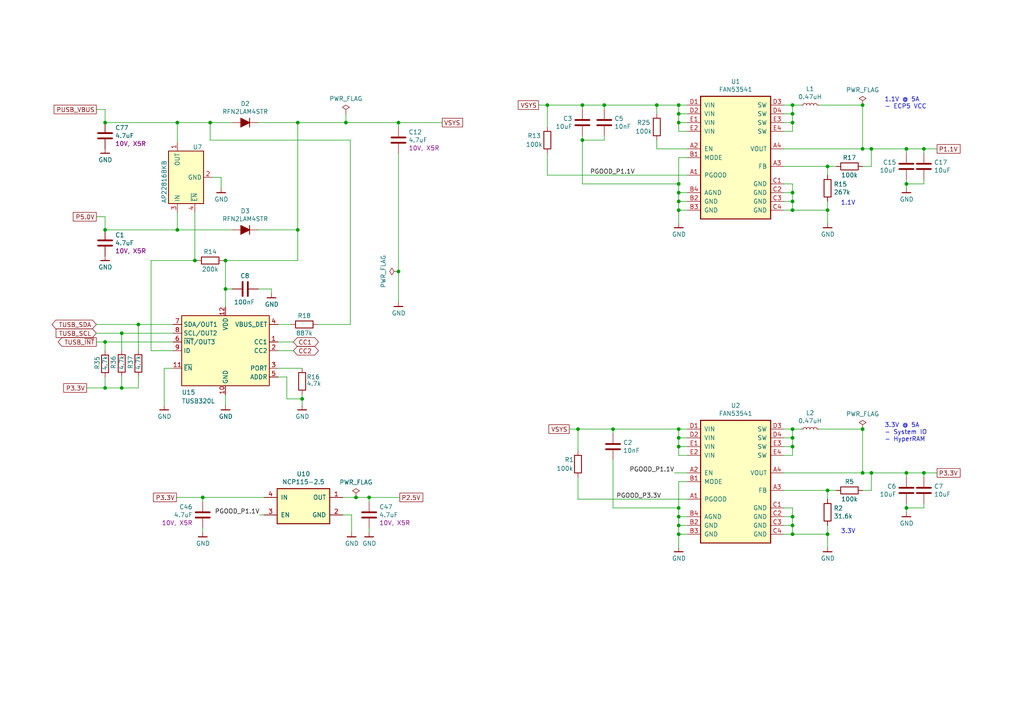
<source format=kicad_sch>
(kicad_sch (version 20211123) (generator eeschema)
  (paper "A4")
  (title_block (title "Orange Cart") (date "2021-02-28") (rev "r0.1") (comment 2 "Licensed under CERN OHL v.1.2") (comment 3 "Cartridge version redesign: Marcus Comstedt") (comment 4 "Based on Orange Crab by Gregory Davill"))
  (lib_symbols
    (symbol "Device:C" (pin_numbers hide) (pin_names (offset 0.254))
      (property "Reference" "C" (at 0.635 2.54 0))
      (property "Value" "C" (at 0.635 -2.54 0))
      (symbol "C_0_1"
        (polyline (pts (xy -2.032 -0.762) (xy 2.032 -0.762)) (stroke (width 0.508)))
        (polyline (pts (xy -2.032 0.762) (xy 2.032 0.762)) (stroke (width 0.508)))
      )
      (symbol "C_1_1"
        (pin passive line (at 0 3.81 270) (length 2.794) (name "~") (number "1"))
        (pin passive line (at 0 -3.81 90) (length 2.794) (name "~") (number "2"))
      )
    )
    (symbol "Device:L_Small" (pin_numbers hide) (pin_names (offset 0.254) hide)
      (property "Reference" "L" (at 0.762 1.016 0))
      (property "Value" "L_Small" (at 0.762 -1.016 0))
      (symbol "L_Small_0_1"
        (arc (start 0 -2.032) (mid 0.508 -1.524) (end 0 -1.016))
        (arc (start 0 -1.016) (mid 0.508 -0.508) (end 0 0))
        (arc (start 0 0) (mid 0.508 0.508) (end 0 1.016))
        (arc (start 0 1.016) (mid 0.508 1.524) (end 0 2.032))
      )
      (symbol "L_Small_1_1"
        (pin passive line (at 0 2.54 270) (length 0.508) (name "~") (number "1"))
        (pin passive line (at 0 -2.54 90) (length 0.508) (name "~") (number "2"))
      )
    )
    (symbol "Device:R" (pin_numbers hide) (pin_names (offset 0))
      (property "Reference" "R" (at 2.032 0 90))
      (property "Value" "R" (at 0 0 90))
      (symbol "R_0_1"
        (rectangle (start -1.016 -2.54) (end 1.016 2.54) (stroke (width 0.254)))
      )
      (symbol "R_1_1"
        (pin passive line (at 0 3.81 270) (length 1.27) (name "~") (number "1"))
        (pin passive line (at 0 -3.81 90) (length 1.27) (name "~") (number "2"))
      )
    )
    (symbol "FAN53541_1" (pin_names (offset 1.016))
      (property "Reference" "U1" (at 0 20.8026 0))
      (property "Value" "FAN53541" (at 0 18.4912 0))
      (symbol "FAN53541_1_0_1"
        (rectangle (start -10.16 16.51) (end 10.16 -19.05) (stroke (width 0.3302)) (fill (type background)))
      )
      (symbol "FAN53541_1_1_1"
        (pin output line (at -13.97 -6.35 0) (length 3.81) (name "PGOOD") (number "A1"))
        (pin input line (at -13.97 1.27 0) (length 3.81) (name "EN") (number "A2"))
        (pin input line (at 13.97 -3.81 180) (length 3.81) (name "FB") (number "A3"))
        (pin input line (at 13.97 1.27 180) (length 3.81) (name "VOUT") (number "A4"))
        (pin input line (at -13.97 -1.27 0) (length 3.81) (name "MODE") (number "B1"))
        (pin power_in line (at -13.97 -13.97 0) (length 3.81) (name "GND") (number "B2"))
        (pin power_in line (at -13.97 -16.51 0) (length 3.81) (name "GND") (number "B3"))
        (pin power_in line (at -13.97 -11.43 0) (length 3.81) (name "AGND") (number "B4"))
        (pin power_in line (at 13.97 -8.89 180) (length 3.81) (name "GND") (number "C1"))
        (pin power_in line (at 13.97 -11.43 180) (length 3.81) (name "GND") (number "C2"))
        (pin power_in line (at 13.97 -13.97 180) (length 3.81) (name "GND") (number "C3"))
        (pin power_in line (at 13.97 -16.51 180) (length 3.81) (name "GND") (number "C4"))
        (pin power_in line (at -13.97 13.97 0) (length 3.81) (name "VIN") (number "D1"))
        (pin power_in line (at -13.97 11.43 0) (length 3.81) (name "VIN") (number "D2"))
        (pin power_out line (at 13.97 13.97 180) (length 3.81) (name "SW") (number "D3"))
        (pin passive line (at 13.97 11.43 180) (length 3.81) (name "SW") (number "D4"))
        (pin power_in line (at -13.97 8.89 0) (length 3.81) (name "VIN") (number "E1"))
        (pin power_in line (at -13.97 6.35 0) (length 3.81) (name "VIN") (number "E2"))
        (pin passive line (at 13.97 8.89 180) (length 3.81) (name "SW") (number "E3"))
        (pin passive line (at 13.97 6.35 180) (length 3.81) (name "SW") (number "E4"))
      )
    )
    (symbol "GND_1" (power) (pin_names (offset 0))
      (property "Value" "GND_1" (at 0.0762 -3.2004 0))
      (symbol "GND_1_0_1"
        (polyline (pts (xy 0 -1.27) (xy 0 0)))
        (polyline (pts (xy 1.27 -1.27) (xy -1.27 -1.27)) (stroke (width 0.3048)))
      )
      (symbol "GND_1_1_1"
        (pin power_in line (at 0 0 270) (length 0) hide (name "GND") (number "1"))
      )
    )
    (symbol "Interface_USB:TUSB320"
      (property "Reference" "U" (at -11.43 11.43 0))
      (property "Value" "TUSB320" (at 7.62 11.43 0))
      (symbol "TUSB320_0_1"
        (rectangle (start -12.7 10.16) (end 12.7 -10.16) (stroke (width 0.254)) (fill (type background)))
      )
      (symbol "TUSB320_1_1"
        (pin bidirectional line (at 15.24 2.54 180) (length 2.54) (name "CC1") (number "1"))
        (pin power_in line (at 0 -12.7 90) (length 2.54) (name "GND") (number "10"))
        (pin input line (at -15.24 -5.08 0) (length 2.54) (name "~{EN}") (number "11"))
        (pin power_in line (at 0 12.7 270) (length 2.54) (name "VDD") (number "12"))
        (pin bidirectional line (at 15.24 0 180) (length 2.54) (name "CC2") (number "2"))
        (pin input line (at 15.24 -5.08 180) (length 2.54) (name "PORT") (number "3"))
        (pin input line (at 15.24 7.62 180) (length 2.54) (name "VBUS_DET") (number "4"))
        (pin input line (at 15.24 -7.62 180) (length 2.54) (name "ADDR") (number "5"))
        (pin open_collector line (at -15.24 2.54 0) (length 2.54) (name "~{INT}/OUT3") (number "6"))
        (pin bidirectional line (at -15.24 7.62 0) (length 2.54) (name "SDA/OUT1") (number "7"))
        (pin bidirectional line (at -15.24 5.08 0) (length 2.54) (name "SCL/OUT2") (number "8"))
        (pin open_collector line (at -15.24 0 0) (length 2.54) (name "ID") (number "9"))
      )
    )
    (symbol "OrangeCart-rescue:D_ALT-Device" (pin_numbers hide) (pin_names (offset 1.016) hide)
      (property "Reference" "D" (at 0 2.54 0))
      (property "Value" "D_ALT-Device" (at 0 -2.54 0))
      (symbol "D_ALT-Device_0_1"
        (polyline (pts (xy -1.27 1.27) (xy -1.27 -1.27)) (stroke (width 0.254)))
        (polyline (pts (xy 1.27 0) (xy -1.27 0)))
        (polyline (pts (xy 1.27 1.27) (xy 1.27 -1.27) (xy -1.27 0) (xy 1.27 1.27)) (stroke (width 0.254)) (fill (type outline)))
      )
      (symbol "D_ALT-Device_1_1"
        (pin passive line (at -3.81 0 0) (length 2.54) (name "K") (number "1"))
        (pin passive line (at 3.81 0 180) (length 2.54) (name "A") (number "2"))
      )
    )
    (symbol "Power_Management:AP22804BW5"
      (property "Reference" "U7" (at -8.255 -1.27 0))
      (property "Value" "AP22816BKB" (at -6.35 -5.715 0))
      (symbol "AP22804BW5_0_1"
        (rectangle (start -7.62 5.08) (end 7.62 -5.08) (stroke (width 0.254)) (fill (type background)))
      )
      (symbol "AP22804BW5_1_1"
        (pin power_out line (at 10.16 2.54 180) (length 2.54) (name "OUT") (number "1"))
        (pin power_in line (at 0 -7.62 90) (length 2.54) (name "GND") (number "2"))
        (pin power_in line (at -10.16 2.54 0) (length 2.54) (name "IN") (number "3"))
        (pin input line (at -10.16 -2.54 0) (length 2.54) (name "~{EN}") (number "4"))
        (pin passive line (at 10.16 2.54 180) (length 2.54) hide (name "OUT") (number "5"))
      )
    )
    (symbol "gkl_pmic:FAN53541" (pin_names (offset 1.016))
      (property "Reference" "U2" (at 0 20.8026 0))
      (property "Value" "FAN53541" (at 0 18.4912 0))
      (symbol "FAN53541_0_1"
        (rectangle (start -10.16 16.51) (end 10.16 -19.05) (stroke (width 0.3302)) (fill (type background)))
      )
      (symbol "FAN53541_1_1"
        (pin output line (at -13.97 -6.35 0) (length 3.81) (name "PGOOD") (number "A1"))
        (pin input line (at -13.97 1.27 0) (length 3.81) (name "EN") (number "A2"))
        (pin input line (at 13.97 -3.81 180) (length 3.81) (name "FB") (number "A3"))
        (pin input line (at 13.97 1.27 180) (length 3.81) (name "VOUT") (number "A4"))
        (pin input line (at -13.97 -1.27 0) (length 3.81) (name "MODE") (number "B1"))
        (pin power_in line (at -13.97 -13.97 0) (length 3.81) (name "GND") (number "B2"))
        (pin power_in line (at -13.97 -16.51 0) (length 3.81) (name "GND") (number "B3"))
        (pin power_in line (at -13.97 -11.43 0) (length 3.81) (name "AGND") (number "B4"))
        (pin power_in line (at 13.97 -8.89 180) (length 3.81) (name "GND") (number "C1"))
        (pin power_in line (at 13.97 -11.43 180) (length 3.81) (name "GND") (number "C2"))
        (pin power_in line (at 13.97 -13.97 180) (length 3.81) (name "GND") (number "C3"))
        (pin power_in line (at 13.97 -16.51 180) (length 3.81) (name "GND") (number "C4"))
        (pin power_in line (at -13.97 13.97 0) (length 3.81) (name "VIN") (number "D1"))
        (pin power_in line (at -13.97 11.43 0) (length 3.81) (name "VIN") (number "D2"))
        (pin power_out line (at 13.97 13.97 180) (length 3.81) (name "SW") (number "D3"))
        (pin passive line (at 13.97 11.43 180) (length 3.81) (name "SW") (number "D4"))
        (pin power_in line (at -13.97 8.89 0) (length 3.81) (name "VIN") (number "E1"))
        (pin power_in line (at -13.97 6.35 0) (length 3.81) (name "VIN") (number "E2"))
        (pin passive line (at 13.97 8.89 180) (length 3.81) (name "SW") (number "E3"))
        (pin passive line (at 13.97 6.35 180) (length 3.81) (name "SW") (number "E4"))
      )
    )
    (symbol "gkl_pmic:NCP167" (pin_names (offset 1.016))
      (property "Reference" "U" (at 0 11.43 0))
      (property "Value" "NCP167" (at 0 8.89 0))
      (symbol "NCP167_0_1"
        (rectangle (start -7.62 5.08) (end 7.62 -5.08) (stroke (width 0.3048)) (fill (type background)))
      )
      (symbol "NCP167_1_1"
        (pin input line (at 11.43 2.54 180) (length 3.81) (name "OUT") (number "1"))
        (pin input line (at 11.43 -2.54 180) (length 3.81) (name "GND") (number "2"))
        (pin input line (at -11.43 -2.54 0) (length 3.81) (name "EN") (number "3"))
        (pin input line (at -11.43 2.54 0) (length 3.81) (name "IN") (number "4"))
      )
    )
    (symbol "gkl_power:GND" (power) (pin_names (offset 0))
      (property "Value" "GND" (at 0 -2.54 0))
      (symbol "GND_0_1"
        (polyline (pts (xy 0 -1.27) (xy 0 0)))
        (polyline (pts (xy 1.27 -1.27) (xy -1.27 -1.27)) (stroke (width 0.3048)))
      )
      (symbol "GND_1_1"
        (pin power_in line (at 0 0 270) (length 0) hide (name "GND") (number "1"))
      )
    )
    (symbol "power:PWR_FLAG" (power) (pin_numbers hide) (pin_names (offset 0) hide)
      (property "Value" "PWR_FLAG" (at 0 3.81 0))
      (symbol "PWR_FLAG_0_0"
        (pin power_out line (at 0 0 90) (length 0) (name "pwr") (number "1"))
      )
      (symbol "PWR_FLAG_0_1"
        (polyline (pts (xy 0 0) (xy 0 1.27) (xy -1.016 1.905) (xy 0 2.54) (xy 1.016 1.905) (xy 0 1.27)))
      )
    )
  )
  (junction (at 250.19 43.18))
  (junction (at 168.91 40.64))
  (junction (at 196.85 127))
  (junction (at 115.57 35.56))
  (junction (at 262.89 43.18))
  (junction (at 250.19 124.46))
  (junction (at 196.85 55.88))
  (junction (at 196.85 30.48))
  (junction (at 240.03 142.24))
  (junction (at 60.96 35.56))
  (junction (at 168.91 30.48))
  (junction (at 86.36 66.675))
  (junction (at 229.87 60.96))
  (junction (at 267.97 137.16))
  (junction (at 115.57 78.74))
  (junction (at 229.87 33.02))
  (junction (at 252.73 43.18))
  (junction (at 30.48 99.187))
  (junction (at 196.85 124.46))
  (junction (at 267.97 43.18))
  (junction (at 167.64 124.46))
  (junction (at 229.87 152.4))
  (junction (at 30.48 66.675))
  (junction (at 240.03 48.26))
  (junction (at 229.87 58.42))
  (junction (at 196.85 147.32))
  (junction (at 229.87 30.48))
  (junction (at 51.435 66.675))
  (junction (at 65.405 83.82))
  (junction (at 107.061 144.272))
  (junction (at 262.89 147.32))
  (junction (at 229.87 129.54))
  (junction (at 40.132 94.107))
  (junction (at 65.405 75.565))
  (junction (at 229.87 154.94))
  (junction (at 229.87 35.56))
  (junction (at 196.85 35.56))
  (junction (at 229.87 124.46))
  (junction (at 30.48 35.56))
  (junction (at 196.85 33.02))
  (junction (at 240.03 60.96))
  (junction (at 229.87 127))
  (junction (at 250.19 30.48))
  (junction (at 158.75 30.48))
  (junction (at 196.85 60.96))
  (junction (at 51.435 35.56))
  (junction (at 177.8 124.46))
  (junction (at 196.85 129.54))
  (junction (at 30.48 112.522))
  (junction (at 190.5 30.48))
  (junction (at 252.73 137.16))
  (junction (at 196.85 53.34))
  (junction (at 175.26 30.48))
  (junction (at 262.89 137.16))
  (junction (at 35.306 96.647))
  (junction (at 196.85 149.86))
  (junction (at 35.306 112.522))
  (junction (at 240.03 154.94))
  (junction (at 262.89 53.34))
  (junction (at 86.36 35.56))
  (junction (at 56.515 75.565))
  (junction (at 196.85 58.42))
  (junction (at 229.87 149.86))
  (junction (at 196.85 152.4))
  (junction (at 229.87 55.88))
  (junction (at 100.33 35.56))
  (junction (at 196.85 154.94))
  (junction (at 58.801 144.272))
  (junction (at 250.19 137.16))
  (junction (at 87.63 115.697))
  (junction (at 103.251 144.272))
  (wire (pts (xy 196.85 30.48) (xy 190.5 30.48)))
  (wire (pts (xy 60.96 40.64) (xy 101.6 40.64)))
  (wire (pts (xy 267.97 147.32) (xy 262.89 147.32)))
  (wire (pts (xy 74.93 83.82) (xy 78.74 83.82)))
  (wire (pts (xy 190.5 43.18) (xy 199.39 43.18)))
  (wire (pts (xy 80.645 99.187) (xy 85.09 99.187)))
  (wire (pts (xy 240.03 58.42) (xy 240.03 60.96)))
  (wire (pts (xy 40.132 94.107) (xy 40.132 101.6)))
  (wire (pts (xy 229.87 149.86) (xy 229.87 152.4)))
  (wire (pts (xy 86.36 35.56) (xy 86.36 66.675)))
  (wire (pts (xy 227.33 149.86) (xy 229.87 149.86)))
  (wire (pts (xy 168.91 40.64) (xy 168.91 53.34)))
  (wire (pts (xy 227.33 53.34) (xy 229.87 53.34)))
  (wire (pts (xy 196.85 33.02) (xy 196.85 30.48)))
  (wire (pts (xy 158.75 30.48) (xy 156.21 30.48)))
  (wire (pts (xy 252.73 137.16) (xy 262.89 137.16)))
  (wire (pts (xy 80.645 106.807) (xy 87.63 106.807)))
  (wire (pts (xy 229.87 35.56) (xy 229.87 33.02)))
  (wire (pts (xy 250.19 30.48) (xy 250.19 43.18)))
  (wire (pts (xy 80.645 109.347) (xy 83.185 109.347)))
  (wire (pts (xy 240.03 152.4) (xy 240.03 154.94)))
  (wire (pts (xy 267.97 44.45) (xy 267.97 43.18)))
  (wire (pts (xy 227.33 152.4) (xy 229.87 152.4)))
  (wire (pts (xy 199.39 129.54) (xy 196.85 129.54)))
  (wire (pts (xy 87.63 114.427) (xy 87.63 115.697)))
  (wire (pts (xy 50.165 101.727) (xy 43.815 101.727)))
  (wire (pts (xy 40.132 94.107) (xy 50.165 94.107)))
  (wire (pts (xy 250.19 142.24) (xy 252.73 142.24)))
  (wire (pts (xy 240.03 142.24) (xy 242.57 142.24)))
  (wire (pts (xy 252.73 43.18) (xy 262.89 43.18)))
  (wire (pts (xy 250.19 48.26) (xy 252.73 48.26)))
  (wire (pts (xy 240.03 60.96) (xy 240.03 64.77)))
  (wire (pts (xy 199.39 30.48) (xy 196.85 30.48)))
  (wire (pts (xy 47.625 106.807) (xy 47.625 117.602)))
  (wire (pts (xy 40.132 112.522) (xy 35.306 112.522)))
  (wire (pts (xy 76.581 149.352) (xy 75.311 149.352)))
  (wire (pts (xy 56.515 75.565) (xy 57.15 75.565)))
  (wire (pts (xy 229.87 147.32) (xy 229.87 149.86)))
  (wire (pts (xy 83.185 115.697) (xy 87.63 115.697)))
  (wire (pts (xy 65.405 83.82) (xy 67.31 83.82)))
  (wire (pts (xy 168.91 30.48) (xy 158.75 30.48)))
  (wire (pts (xy 40.132 109.22) (xy 40.132 112.522)))
  (wire (pts (xy 237.49 30.48) (xy 250.19 30.48)))
  (wire (pts (xy 227.33 60.96) (xy 229.87 60.96)))
  (wire (pts (xy 229.87 154.94) (xy 240.03 154.94)))
  (wire (pts (xy 250.19 137.16) (xy 252.73 137.16)))
  (wire (pts (xy 78.74 83.82) (xy 78.74 85.09)))
  (wire (pts (xy 30.48 112.522) (xy 35.306 112.522)))
  (wire (pts (xy 229.87 129.54) (xy 229.87 127)))
  (wire (pts (xy 267.97 43.18) (xy 271.78 43.18)))
  (wire (pts (xy 199.39 144.78) (xy 167.64 144.78)))
  (wire (pts (xy 107.061 153.162) (xy 107.061 154.432)))
  (wire (pts (xy 80.645 94.107) (xy 84.455 94.107)))
  (wire (pts (xy 229.87 60.96) (xy 240.03 60.96)))
  (wire (pts (xy 51.435 35.56) (xy 60.96 35.56)))
  (wire (pts (xy 43.815 75.565) (xy 43.815 101.727)))
  (wire (pts (xy 30.48 62.865) (xy 30.48 66.675)))
  (wire (pts (xy 227.33 132.08) (xy 229.87 132.08)))
  (wire (pts (xy 227.33 55.88) (xy 229.87 55.88)))
  (wire (pts (xy 190.5 30.48) (xy 175.26 30.48)))
  (wire (pts (xy 27.94 94.107) (xy 40.132 94.107)))
  (wire (pts (xy 267.97 138.43) (xy 267.97 137.16)))
  (wire (pts (xy 227.33 147.32) (xy 229.87 147.32)))
  (wire (pts (xy 227.33 142.24) (xy 240.03 142.24)))
  (wire (pts (xy 30.48 31.75) (xy 30.48 35.56)))
  (wire (pts (xy 196.85 55.88) (xy 196.85 58.42)))
  (wire (pts (xy 74.93 35.56) (xy 86.36 35.56)))
  (wire (pts (xy 65.405 83.82) (xy 65.405 75.565)))
  (wire (pts (xy 196.85 35.56) (xy 196.85 33.02)))
  (wire (pts (xy 27.94 96.647) (xy 35.306 96.647)))
  (wire (pts (xy 60.96 35.56) (xy 67.31 35.56)))
  (wire (pts (xy 199.39 124.46) (xy 196.85 124.46)))
  (wire (pts (xy 196.85 152.4) (xy 196.85 154.94)))
  (wire (pts (xy 199.39 137.16) (xy 195.58 137.16)))
  (wire (pts (xy 227.33 30.48) (xy 229.87 30.48)))
  (wire (pts (xy 30.48 35.56) (xy 51.435 35.56)))
  (wire (pts (xy 227.33 137.16) (xy 250.19 137.16)))
  (wire (pts (xy 115.57 44.45) (xy 115.57 78.74)))
  (wire (pts (xy 267.97 146.05) (xy 267.97 147.32)))
  (wire (pts (xy 262.89 137.16) (xy 267.97 137.16)))
  (wire (pts (xy 262.89 147.32) (xy 262.89 148.59)))
  (wire (pts (xy 65.405 89.027) (xy 65.405 83.82)))
  (wire (pts (xy 227.33 43.18) (xy 250.19 43.18)))
  (wire (pts (xy 128.27 35.56) (xy 115.57 35.56)))
  (wire (pts (xy 65.405 75.565) (xy 86.36 75.565)))
  (wire (pts (xy 58.801 144.272) (xy 51.181 144.272)))
  (wire (pts (xy 267.97 53.34) (xy 262.89 53.34)))
  (wire (pts (xy 199.39 38.1) (xy 196.85 38.1)))
  (wire (pts (xy 199.39 139.7) (xy 196.85 139.7)))
  (wire (pts (xy 252.73 142.24) (xy 252.73 137.16)))
  (wire (pts (xy 190.5 33.02) (xy 190.5 30.48)))
  (wire (pts (xy 175.26 31.75) (xy 175.26 30.48)))
  (wire (pts (xy 115.57 78.74) (xy 115.57 87.63)))
  (wire (pts (xy 43.815 75.565) (xy 56.515 75.565)))
  (wire (pts (xy 100.33 35.56) (xy 115.57 35.56)))
  (wire (pts (xy 227.33 35.56) (xy 229.87 35.56)))
  (wire (pts (xy 87.63 115.697) (xy 87.63 117.602)))
  (wire (pts (xy 101.6 40.64) (xy 101.6 94.107)))
  (wire (pts (xy 86.36 35.56) (xy 100.33 35.56)))
  (wire (pts (xy 196.85 129.54) (xy 196.85 127)))
  (wire (pts (xy 229.87 38.1) (xy 229.87 35.56)))
  (wire (pts (xy 177.8 133.35) (xy 177.8 147.32)))
  (wire (pts (xy 267.97 52.07) (xy 267.97 53.34)))
  (wire (pts (xy 229.87 58.42) (xy 229.87 60.96)))
  (wire (pts (xy 35.306 96.647) (xy 50.165 96.647)))
  (wire (pts (xy 80.645 101.727) (xy 85.09 101.727)))
  (wire (pts (xy 196.85 132.08) (xy 196.85 129.54)))
  (wire (pts (xy 262.89 44.45) (xy 262.89 43.18)))
  (wire (pts (xy 199.39 127) (xy 196.85 127)))
  (wire (pts (xy 262.89 138.43) (xy 262.89 137.16)))
  (wire (pts (xy 103.251 144.272) (xy 107.061 144.272)))
  (wire (pts (xy 240.03 154.94) (xy 240.03 158.75)))
  (wire (pts (xy 175.26 30.48) (xy 168.91 30.48)))
  (wire (pts (xy 30.48 66.675) (xy 51.435 66.675)))
  (wire (pts (xy 196.85 53.34) (xy 196.85 55.88)))
  (wire (pts (xy 227.33 38.1) (xy 229.87 38.1)))
  (wire (pts (xy 168.91 53.34) (xy 196.85 53.34)))
  (wire (pts (xy 196.85 58.42) (xy 196.85 60.96)))
  (wire (pts (xy 250.19 43.18) (xy 252.73 43.18)))
  (wire (pts (xy 199.39 149.86) (xy 196.85 149.86)))
  (wire (pts (xy 35.306 109.22) (xy 35.306 112.522)))
  (wire (pts (xy 196.85 38.1) (xy 196.85 35.56)))
  (wire (pts (xy 167.64 144.78) (xy 167.64 138.43)))
  (wire (pts (xy 229.87 55.88) (xy 229.87 58.42)))
  (wire (pts (xy 262.89 53.34) (xy 262.89 54.61)))
  (wire (pts (xy 229.87 53.34) (xy 229.87 55.88)))
  (wire (pts (xy 27.94 99.187) (xy 30.48 99.187)))
  (wire (pts (xy 229.87 152.4) (xy 229.87 154.94)))
  (wire (pts (xy 64.77 75.565) (xy 65.405 75.565)))
  (wire (pts (xy 101.6 94.107) (xy 92.075 94.107)))
  (wire (pts (xy 190.5 40.64) (xy 190.5 43.18)))
  (wire (pts (xy 196.85 45.72) (xy 196.85 53.34)))
  (wire (pts (xy 61.595 51.435) (xy 64.135 51.435)))
  (wire (pts (xy 199.39 35.56) (xy 196.85 35.56)))
  (wire (pts (xy 107.061 145.542) (xy 107.061 144.272)))
  (wire (pts (xy 227.33 33.02) (xy 229.87 33.02)))
  (wire (pts (xy 58.801 144.272) (xy 76.581 144.272)))
  (wire (pts (xy 168.91 39.37) (xy 168.91 40.64)))
  (wire (pts (xy 262.89 52.07) (xy 262.89 53.34)))
  (wire (pts (xy 240.03 50.8) (xy 240.03 48.26)))
  (wire (pts (xy 115.57 36.83) (xy 115.57 35.56)))
  (wire (pts (xy 227.33 129.54) (xy 229.87 129.54)))
  (wire (pts (xy 51.435 61.595) (xy 51.435 66.675)))
  (wire (pts (xy 229.87 124.46) (xy 232.41 124.46)))
  (wire (pts (xy 229.87 132.08) (xy 229.87 129.54)))
  (wire (pts (xy 35.306 96.647) (xy 35.306 101.6)))
  (wire (pts (xy 196.85 124.46) (xy 177.8 124.46)))
  (wire (pts (xy 27.94 31.75) (xy 30.48 31.75)))
  (wire (pts (xy 199.39 45.72) (xy 196.85 45.72)))
  (wire (pts (xy 158.75 36.83) (xy 158.75 30.48)))
  (wire (pts (xy 237.49 124.46) (xy 250.19 124.46)))
  (wire (pts (xy 51.435 35.56) (xy 51.435 41.275)))
  (wire (pts (xy 250.19 124.46) (xy 250.19 137.16)))
  (wire (pts (xy 227.33 58.42) (xy 229.87 58.42)))
  (wire (pts (xy 167.64 124.46) (xy 177.8 124.46)))
  (wire (pts (xy 107.061 144.272) (xy 115.951 144.272)))
  (wire (pts (xy 177.8 147.32) (xy 196.85 147.32)))
  (wire (pts (xy 25.146 112.522) (xy 30.48 112.522)))
  (wire (pts (xy 167.64 124.46) (xy 165.1 124.46)))
  (wire (pts (xy 175.26 39.37) (xy 175.26 40.64)))
  (wire (pts (xy 58.801 145.542) (xy 58.801 144.272)))
  (wire (pts (xy 240.03 144.78) (xy 240.03 142.24)))
  (wire (pts (xy 27.94 62.865) (xy 30.48 62.865)))
  (wire (pts (xy 158.75 50.8) (xy 158.75 44.45)))
  (wire (pts (xy 83.185 109.347) (xy 83.185 115.697)))
  (wire (pts (xy 30.48 99.187) (xy 50.165 99.187)))
  (wire (pts (xy 196.85 139.7) (xy 196.85 147.32)))
  (wire (pts (xy 56.515 75.565) (xy 56.515 61.595)))
  (wire (pts (xy 167.64 130.81) (xy 167.64 124.46)))
  (wire (pts (xy 175.26 40.64) (xy 168.91 40.64)))
  (wire (pts (xy 99.441 149.352) (xy 101.981 149.352)))
  (wire (pts (xy 30.48 99.187) (xy 30.48 101.727)))
  (wire (pts (xy 262.89 43.18) (xy 267.97 43.18)))
  (wire (pts (xy 262.89 146.05) (xy 262.89 147.32)))
  (wire (pts (xy 30.48 109.347) (xy 30.48 112.522)))
  (wire (pts (xy 60.96 35.56) (xy 60.96 40.64)))
  (wire (pts (xy 51.435 66.675) (xy 67.31 66.675)))
  (wire (pts (xy 227.33 124.46) (xy 229.87 124.46)))
  (wire (pts (xy 252.73 48.26) (xy 252.73 43.18)))
  (wire (pts (xy 229.87 127) (xy 229.87 124.46)))
  (wire (pts (xy 64.135 51.435) (xy 64.135 54.61)))
  (wire (pts (xy 196.85 147.32) (xy 196.85 149.86)))
  (wire (pts (xy 65.405 114.427) (xy 65.405 117.602)))
  (wire (pts (xy 74.93 66.675) (xy 86.36 66.675)))
  (wire (pts (xy 101.981 149.352) (xy 101.981 154.432)))
  (wire (pts (xy 50.165 106.807) (xy 47.625 106.807)))
  (wire (pts (xy 177.8 125.73) (xy 177.8 124.46)))
  (wire (pts (xy 227.33 127) (xy 229.87 127)))
  (wire (pts (xy 86.36 66.675) (xy 86.36 75.565)))
  (wire (pts (xy 199.39 152.4) (xy 196.85 152.4)))
  (wire (pts (xy 199.39 154.94) (xy 196.85 154.94)))
  (wire (pts (xy 227.33 48.26) (xy 240.03 48.26)))
  (wire (pts (xy 227.33 154.94) (xy 229.87 154.94)))
  (wire (pts (xy 196.85 127) (xy 196.85 124.46)))
  (wire (pts (xy 196.85 154.94) (xy 196.85 158.75)))
  (wire (pts (xy 199.39 132.08) (xy 196.85 132.08)))
  (wire (pts (xy 199.39 58.42) (xy 196.85 58.42)))
  (wire (pts (xy 267.97 137.16) (xy 271.78 137.16)))
  (wire (pts (xy 199.39 50.8) (xy 158.75 50.8)))
  (wire (pts (xy 196.85 149.86) (xy 196.85 152.4)))
  (wire (pts (xy 229.87 33.02) (xy 229.87 30.48)))
  (wire (pts (xy 240.03 48.26) (xy 242.57 48.26)))
  (wire (pts (xy 199.39 33.02) (xy 196.85 33.02)))
  (wire (pts (xy 58.801 153.162) (xy 58.801 154.432)))
  (wire (pts (xy 229.87 30.48) (xy 232.41 30.48)))
  (wire (pts (xy 168.91 31.75) (xy 168.91 30.48)))
  (wire (pts (xy 196.85 60.96) (xy 199.39 60.96)))
  (wire (pts (xy 196.85 55.88) (xy 199.39 55.88)))
  (wire (pts (xy 100.33 33.02) (xy 100.33 35.56)))
  (wire (pts (xy 196.85 60.96) (xy 196.85 64.77)))
  (wire (pts (xy 99.441 144.272) (xy 103.251 144.272)))
  (text "1.1V @ 5A\n- ECP5 VCC\n" (at 256.54 31.75 0) (effects (font (size 1.27 1.27)) (justify left bottom)))
  (text "1.1V" (at 243.84 59.69 0) (effects (font (size 1.27 1.27)) (justify left bottom)))
  (text "3.3V @ 5A\n- System IO\n- HyperRAM" (at 256.54 128.27 0) (effects (font (size 1.27 1.27)) (justify left bottom)))
  (text "3.3V" (at 243.84 154.94 0) (effects (font (size 1.27 1.27)) (justify left bottom)))
  (label "PGOOD_P3.3V" (at 191.77 144.78 180))
  (label "PGOOD_P1.1V" (at 184.15 50.8 180))
  (label "PGOOD_P1.1V" (at 195.58 137.16 180))
  (label "PGOOD_P1.1V" (at 75.311 149.352 180))
  (global_label "CC2" (shape bidirectional) (at 85.09 101.727 0) (property "Intersheet References" "${INTERSHEET_REFS}" (effects hide)))
  (global_label "PUSB_VBUS" (shape passive) (at 27.94 31.75 180) (property "Intersheet References" "${INTERSHEET_REFS}" (effects hide)))
  (global_label "P5.0V" (shape passive) (at 27.94 62.865 180) (property "Intersheet References" "${INTERSHEET_REFS}" (effects hide)))
  (global_label "VSYS" (shape passive) (at 128.27 35.56 0) (property "Intersheet References" "${INTERSHEET_REFS}" (effects hide)))
  (global_label "P2.5V" (shape passive) (at 115.951 144.272 0) (property "Intersheet References" "${INTERSHEET_REFS}" (effects hide)))
  (global_label "P3.3V" (shape passive) (at 271.78 137.16 0) (property "Intersheet References" "${INTERSHEET_REFS}" (effects hide)))
  (global_label "CC1" (shape bidirectional) (at 85.09 99.187 0) (property "Intersheet References" "${INTERSHEET_REFS}" (effects hide)))
  (global_label "P1.1V" (shape passive) (at 271.78 43.18 0) (property "Intersheet References" "${INTERSHEET_REFS}" (effects hide)))
  (global_label "TUSB_~{INT}" (shape output) (at 27.94 99.187 180) (property "Intersheet References" "${INTERSHEET_REFS}" (effects hide)))
  (global_label "TUSB_SCL" (shape input) (at 27.94 96.647 180) (property "Intersheet References" "${INTERSHEET_REFS}" (effects hide)))
  (global_label "TUSB_SDA" (shape bidirectional) (at 27.94 94.107 180) (property "Intersheet References" "${INTERSHEET_REFS}" (effects hide)))
  (global_label "P3.3V" (shape passive) (at 51.181 144.272 180) (property "Intersheet References" "${INTERSHEET_REFS}" (effects hide)))
  (global_label "P3.3V" (shape passive) (at 25.146 112.522 180) (property "Intersheet References" "${INTERSHEET_REFS}" (effects hide)))
  (global_label "VSYS" (shape passive) (at 156.21 30.48 180) (property "Intersheet References" "${INTERSHEET_REFS}" (effects hide)))
  (global_label "VSYS" (shape passive) (at 165.1 124.46 180) (property "Intersheet References" "${INTERSHEET_REFS}" (effects hide)))
  (symbol (lib_id "gkl_pmic:FAN53541") (at 213.36 138.43 0) (unit 1)
    (property "Reference" "U2" (at 213.36 117.6274 0))
    (property "Value" "FAN53541" (at 213.36 119.9388 0))
    (property "Footprint" "Package_CSP:WLCSP-20_1.934x2.434mm_Layout4x5_P0.4mm" (effects hide))
    (property "PN" "FAN53541UCX" (effects hide))
    (property "Mfg" "ON Semiconductor" (effects hide))
    (property "Mouser Part No" "512-FAN53541UCX" (effects hide))
    (property "Pricing (EUR)" "1,82" (effects hide))
  )
  (symbol (lib_id "Device:L_Small") (at 234.95 124.46 90) (unit 1)
    (property "Reference" "L2" (at 234.95 119.761 90))
    (property "Value" "0.47uH" (at 234.95 122.0724 90))
    (property "Footprint" "Inductor_SMD:L_0805_2012Metric" (effects hide))
    (property "Mfg" "Samsung Electro-Mechanics" (effects hide))
    (property "PN" "CIGT201210UHR47MNE" (effects hide))
    (property "Mouser Part No" "187-CIGT201210UHR47M" (effects hide))
    (property "Pricing (EUR)" "0,28" (effects hide))
  )
  (symbol (lib_id "Device:R") (at 240.03 148.59 0) (unit 1)
    (property "Reference" "R2" (at 241.808 147.4216 0) (effects (justify left)))
    (property "Value" "31.6k" (at 241.808 149.733 0) (effects (justify left)))
    (property "Footprint" "Resistor_SMD:R_0201_0603Metric" (effects hide))
    (property "Mfg" "‎Yageo‎" (effects hide))
    (property "PN" "RC0201FR-0731K6L" (effects hide))
    (property "Mouser Part No" "603-RC0201FR-0731K6L" (effects hide))
    (property "Pricing (EUR)" "0,11" (effects hide))
  )
  (symbol (lib_id "Device:R") (at 246.38 142.24 270) (unit 1)
    (property "Reference" "R5" (at 246.38 139.7 90))
    (property "Value" "100k" (at 246.38 144.78 90))
    (property "Footprint" "Resistor_SMD:R_0201_0603Metric" (effects hide))
    (property "Mfg" "‎Yageo‎" (effects hide))
    (property "PN" "RC0201FR-07100KL" (effects hide))
    (property "Mouser Part No" "603-RC0201FR-07100KL / 667-ERJ-1GNF1003C" (effects hide))
    (property "Pricing (EUR)" "0,11" (effects hide))
  )
  (symbol (lib_id "Device:C") (at 262.89 142.24 0) (mirror x) (unit 1)
    (property "Reference" "C6" (at 259.9944 141.0716 0) (effects (justify right)))
    (property "Value" "10uF" (at 259.9944 143.383 0) (effects (justify right)))
    (property "Footprint" "Capacitor_SMD:C_0402_1005Metric" (effects hide))
    (property "Mfg" "Murata Electronics North America" (effects hide))
    (property "PN" "GRM155R60J106ME15D" (effects hide))
    (property "Mouser Part No" "81-GRM155R60J106ME5D" (effects hide))
    (property "Pricing (EUR)" "0,18" (effects hide))
  )
  (symbol (lib_id "gkl_power:GND") (at 262.89 148.59 0) (unit 1)
    (property "Reference" "#PWR0109" (effects hide))
    (property "Value" "GND" (at 262.9662 151.7904 0))
  )
  (symbol (lib_id "Device:C") (at 267.97 142.24 180) (unit 1)
    (property "Reference" "C7" (at 270.891 141.0716 0) (effects (justify right)))
    (property "Value" "10uF" (at 270.891 143.383 0) (effects (justify right)))
    (property "Footprint" "Capacitor_SMD:C_0402_1005Metric" (effects hide))
    (property "Mfg" "Murata Electronics North America" (effects hide))
    (property "PN" "GRM155R60J106ME15D" (effects hide))
    (property "Mouser Part No" "81-GRM155R60J106ME5D" (effects hide))
    (property "Pricing (EUR)" "0,18" (effects hide))
  )
  (symbol (lib_id "Device:R") (at 167.64 134.62 0) (mirror x) (unit 1)
    (property "Reference" "R1" (at 165.1 133.35 0))
    (property "Value" "100k" (at 163.83 135.89 0))
    (property "Footprint" "Resistor_SMD:R_0201_0603Metric" (effects hide))
    (property "Mfg" "‎Yageo‎" (effects hide))
    (property "PN" "RC0201FR-07100KL" (effects hide))
    (property "Mouser Part No" "603-RC0201FR-07100KL / 667-ERJ-1GNF1003C" (effects hide))
    (property "Pricing (EUR)" "0,11" (effects hide))
  )
  (symbol (lib_id "gkl_power:GND") (at 196.85 158.75 0) (unit 1)
    (property "Reference" "#PWR0110" (effects hide))
    (property "Value" "GND" (at 196.9262 161.9504 0))
  )
  (symbol (lib_id "gkl_power:GND") (at 240.03 158.75 0) (unit 1)
    (property "Reference" "#PWR0111" (effects hide))
    (property "Value" "GND" (at 240.1062 161.9504 0))
  )
  (symbol (lib_id "Device:C") (at 177.8 129.54 180) (unit 1)
    (property "Reference" "C2" (at 180.721 128.3716 0) (effects (justify right)))
    (property "Value" "10nF" (at 180.721 130.683 0) (effects (justify right)))
    (property "Footprint" "Capacitor_SMD:C_0201_0603Metric" (effects hide))
    (property "Mfg" "Samsung Electro-Mechanics" (effects hide))
    (property "PN" "CL03B103KP3NNNC" (effects hide))
    (property "Mouser Part No" "187-CL03B103KP3NNNC" (effects hide))
    (property "Pricing (EUR)" "0,09" (effects hide))
  )
  (symbol (lib_id "Device:C") (at 115.57 40.64 0) (unit 1)
    (property "Reference" "C12" (at 118.491 38.3286 0) (effects (justify left)))
    (property "Value" "4.7uF" (at 118.491 40.64 0) (effects (justify left)))
    (property "Footprint" "Capacitor_SMD:C_0402_1005Metric" (effects hide))
    (property "Info" "10V, X5R" (at 118.491 42.9514 0) (effects (justify left)))
    (property "Mfg" "Murata Electronics North America" (effects hide))
    (property "PN" "GRM155R61A475MEAAD" (effects hide))
    (property "Mouser Part No" "81-GRM155R61A475MEAD / 81-GRM155R61A475MEAJ" (effects hide))
    (property "Pricing (EUR)" "0,17" (effects hide))
  )
  (symbol (lib_id "gkl_power:GND") (at 115.57 87.63 0) (unit 1)
    (property "Reference" "#PWR0124" (effects hide))
    (property "Value" "GND" (at 115.6462 90.8304 0))
  )
  (symbol (lib_name "FAN53541_1") (lib_id "gkl_pmic:FAN53541") (at 213.36 44.45 0) (unit 1)
    (property "Reference" "U1" (at 213.36 23.6474 0))
    (property "Value" "FAN53541" (at 213.36 25.9588 0))
    (property "Footprint" "Package_CSP:WLCSP-20_1.934x2.434mm_Layout4x5_P0.4mm" (effects hide))
    (property "PN" "FAN53541UCX" (effects hide))
    (property "Mfg" "ON Semiconductor" (effects hide))
    (property "Mouser Part No" "512-FAN53541UCX" (effects hide))
    (property "Pricing (EUR)" "1,82" (effects hide))
  )
  (symbol (lib_id "Device:L_Small") (at 234.95 30.48 90) (unit 1)
    (property "Reference" "L1" (at 234.95 25.781 90))
    (property "Value" "0.47uH" (at 234.95 28.0924 90))
    (property "Footprint" "Inductor_SMD:L_0805_2012Metric" (effects hide))
    (property "Mfg" "Samsung Electro-Mechanics" (effects hide))
    (property "PN" "CIGT201210UHR47MNE" (effects hide))
    (property "Mouser Part No" "187-CIGT201210UHR47M" (effects hide))
    (property "Pricing (EUR)" "0,28" (effects hide))
  )
  (symbol (lib_id "Device:R") (at 240.03 54.61 0) (unit 1)
    (property "Reference" "R15" (at 241.808 53.4416 0) (effects (justify left)))
    (property "Value" "267k" (at 241.808 55.753 0) (effects (justify left)))
    (property "Footprint" "Resistor_SMD:R_0201_0603Metric" (effects hide))
    (property "Mfg" "‎Yageo‎" (effects hide))
    (property "PN" "RC0201FR-07267KL" (effects hide))
    (property "Mouser Part No" "603-RC0201FR-07267KL / 667-ERJ-1GNF2673C" (effects hide))
    (property "Pricing (EUR)" "0,11" (effects hide))
  )
  (symbol (lib_id "Device:R") (at 246.38 48.26 270) (unit 1)
    (property "Reference" "R17" (at 246.38 45.72 90))
    (property "Value" "100k" (at 246.38 50.8 90))
    (property "Footprint" "Resistor_SMD:R_0201_0603Metric" (effects hide))
    (property "Mfg" "‎Yageo‎" (effects hide))
    (property "PN" "RC0201FR-07100KL" (effects hide))
    (property "Mouser Part No" "603-RC0201FR-07100KL / 667-ERJ-1GNF1003C" (effects hide))
    (property "Pricing (EUR)" "0,11" (effects hide))
  )
  (symbol (lib_id "Device:C") (at 262.89 48.26 0) (mirror x) (unit 1)
    (property "Reference" "C15" (at 259.9944 47.0916 0) (effects (justify right)))
    (property "Value" "10uF" (at 259.9944 49.403 0) (effects (justify right)))
    (property "Footprint" "Capacitor_SMD:C_0402_1005Metric" (effects hide))
    (property "Mfg" "Murata Electronics North America" (effects hide))
    (property "PN" "GRM155R60J106ME15D" (effects hide))
    (property "Mouser Part No" "81-GRM155R60J106ME5D" (effects hide))
    (property "Pricing (EUR)" "0,18" (effects hide))
  )
  (symbol (lib_id "gkl_power:GND") (at 262.89 54.61 0) (unit 1)
    (property "Reference" "#PWR0112" (effects hide))
    (property "Value" "GND" (at 262.9662 57.8104 0))
  )
  (symbol (lib_id "Device:C") (at 267.97 48.26 180) (unit 1)
    (property "Reference" "C17" (at 270.891 47.0916 0) (effects (justify right)))
    (property "Value" "10uF" (at 270.891 49.403 0) (effects (justify right)))
    (property "Footprint" "Capacitor_SMD:C_0402_1005Metric" (effects hide))
    (property "Mfg" "Murata Electronics North America" (effects hide))
    (property "PN" "GRM155R60J106ME15D" (effects hide))
    (property "Mouser Part No" "81-GRM155R60J106ME5D" (effects hide))
    (property "Pricing (EUR)" "0,18" (effects hide))
  )
  (symbol (lib_id "Device:R") (at 158.75 40.64 0) (mirror x) (unit 1)
    (property "Reference" "R13" (at 154.94 39.37 0))
    (property "Value" "100k" (at 154.94 41.91 0))
    (property "Footprint" "Resistor_SMD:R_0201_0603Metric" (effects hide))
    (property "Mfg" "‎Yageo‎" (effects hide))
    (property "PN" "RC0201FR-07100KL" (effects hide))
    (property "Mouser Part No" "603-RC0201FR-07100KL / 667-ERJ-1GNF1003C" (effects hide))
    (property "Pricing (EUR)" "0,11" (effects hide))
  )
  (symbol (lib_name "GND_1") (lib_id "gkl_power:GND") (at 196.85 64.77 0) (unit 1)
    (property "Reference" "#PWR0113" (effects hide))
    (property "Value" "GND" (at 196.9262 67.9704 0))
  )
  (symbol (lib_id "gkl_power:GND") (at 240.03 64.77 0) (unit 1)
    (property "Reference" "#PWR0119" (effects hide))
    (property "Value" "GND" (at 240.1062 67.9704 0))
  )
  (symbol (lib_id "Device:C") (at 168.91 35.56 0) (mirror x) (unit 1)
    (property "Reference" "C3" (at 166.0144 34.3916 0) (effects (justify right)))
    (property "Value" "10uF" (at 166.0144 36.703 0) (effects (justify right)))
    (property "Footprint" "Capacitor_SMD:C_0603_1608Metric" (effects hide))
    (property "Mfg" "Taiyo Yuden" (effects hide))
    (property "PN" "LMK107BBJ106MALT" (effects hide))
    (property "Mouser Part No" "963-LMK107BBJ106MALT" (effects hide))
    (property "Pricing (EUR)" "0,18" (effects hide))
  )
  (symbol (lib_id "Device:C") (at 175.26 35.56 180) (unit 1)
    (property "Reference" "C5" (at 178.181 34.3916 0) (effects (justify right)))
    (property "Value" "10nF" (at 178.181 36.703 0) (effects (justify right)))
    (property "Footprint" "Capacitor_SMD:C_0201_0603Metric" (effects hide))
    (property "Mfg" "Samsung Electro-Mechanics" (effects hide))
    (property "PN" "CL03B103KP3NNNC" (effects hide))
    (property "Mouser Part No" "187-CL03B103KP3NNNC" (effects hide))
    (property "Pricing (EUR)" "0,09" (effects hide))
  )
  (symbol (lib_id "Device:C") (at 30.48 39.37 0) (unit 1)
    (property "Reference" "C77" (at 33.401 37.0586 0) (effects (justify left)))
    (property "Value" "4.7uF" (at 33.401 39.37 0) (effects (justify left)))
    (property "Footprint" "Capacitor_SMD:C_0402_1005Metric" (effects hide))
    (property "Info" "10V, X5R" (at 33.401 41.6814 0) (effects (justify left)))
    (property "Mfg" "Murata Electronics North America" (effects hide))
    (property "PN" "GRM155R61A475MEAAD" (effects hide))
    (property "Mouser Part No" "81-GRM155R61A475MEAD / 81-GRM155R61A475MEAJ" (effects hide))
    (property "Pricing (EUR)" "0,17" (effects hide))
  )
  (symbol (lib_id "gkl_power:GND") (at 30.48 43.18 0) (unit 1)
    (property "Reference" "#PWR0169" (effects hide))
    (property "Value" "GND" (at 30.5562 46.3804 0))
  )
  (symbol (lib_id "gkl_pmic:NCP167") (at 88.011 146.812 0) (unit 1)
    (property "Reference" "U10" (at 88.011 137.4648 0))
    (property "Value" "NCP115-2.5" (at 88.011 139.7762 0))
    (property "Footprint" "Package_SON:Texas_X2SON-4_1x1mm_P0.65mm" (effects hide))
    (property "PN" "NCP115CMX250TCG" (effects hide))
    (property "Mfg" "ON Semiconductor" (effects hide))
    (property "Mouser Part No" "863-NCP115CMX250TCG" (effects hide))
    (property "Pricing (EUR)" "0,49" (effects hide))
  )
  (symbol (lib_id "Device:C") (at 58.801 149.352 0) (mirror y) (unit 1)
    (property "Reference" "C46" (at 55.88 147.0406 0) (effects (justify left)))
    (property "Value" "4.7uF" (at 55.88 149.352 0) (effects (justify left)))
    (property "Footprint" "Capacitor_SMD:C_0402_1005Metric" (effects hide))
    (property "Info" "10V, X5R" (at 55.88 151.6634 0) (effects (justify left)))
    (property "Mfg" "Murata Electronics North America" (effects hide))
    (property "PN" "GRM155R61A475MEAAD" (effects hide))
    (property "Mouser Part No" "81-GRM155R61A475MEAD / 81-GRM155R61A475MEAJ" (effects hide))
    (property "Pricing (EUR)" "0,17" (effects hide))
  )
  (symbol (lib_id "Device:C") (at 107.061 149.352 0) (unit 1)
    (property "Reference" "C47" (at 109.982 147.0406 0) (effects (justify left)))
    (property "Value" "4.7uF" (at 109.982 149.352 0) (effects (justify left)))
    (property "Footprint" "Capacitor_SMD:C_0402_1005Metric" (effects hide))
    (property "Info" "10V, X5R" (at 109.982 151.6634 0) (effects (justify left)))
    (property "Mfg" "Murata Electronics North America" (effects hide))
    (property "PN" "GRM155R61A475MEAAD" (effects hide))
    (property "Mouser Part No" "81-GRM155R61A475MEAD / 81-GRM155R61A475MEAJ" (effects hide))
    (property "Pricing (EUR)" "0,17" (effects hide))
  )
  (symbol (lib_id "gkl_power:GND") (at 58.801 154.432 0) (unit 1)
    (property "Reference" "#PWR0145" (effects hide))
    (property "Value" "GND" (at 58.8772 157.6324 0))
  )
  (symbol (lib_id "gkl_power:GND") (at 107.061 154.432 0) (unit 1)
    (property "Reference" "#PWR0146" (effects hide))
    (property "Value" "GND" (at 107.1372 157.6324 0))
  )
  (symbol (lib_id "gkl_power:GND") (at 101.981 154.432 0) (unit 1)
    (property "Reference" "#PWR0147" (effects hide))
    (property "Value" "GND" (at 102.0572 157.6324 0))
  )
  (symbol (lib_id "Device:R") (at 190.5 36.83 0) (mirror x) (unit 1)
    (property "Reference" "R25" (at 186.69 35.56 0))
    (property "Value" "100k" (at 186.69 38.1 0))
    (property "Footprint" "Resistor_SMD:R_0201_0603Metric" (effects hide))
    (property "Mfg" "‎Yageo‎" (effects hide))
    (property "PN" "RC0201FR-07100KL" (effects hide))
    (property "Mouser Part No" "603-RC0201FR-07100KL / 667-ERJ-1GNF1003C" (effects hide))
    (property "Pricing (EUR)" "0,11" (effects hide))
  )
  (symbol (lib_id "OrangeCart-rescue:D_ALT-Device") (at 71.12 35.56 180) (unit 1)
    (property "Reference" "D2" (at 71.12 30.0736 0))
    (property "Value" "RFN2LAM4STR" (at 71.12 32.385 0))
    (property "Footprint" "Diode_SMD:D_SOD-128" (effects hide))
    (property "Mfg" "ROHM Semiconductor" (effects hide))
    (property "Mouser Part No" "755-RFN2LAM4STR" (effects hide))
    (property "PN" "RFN2LAM4STR" (effects hide))
    (property "Pricing (EUR)" "0,48" (effects hide))
  )
  (symbol (lib_id "OrangeCart-rescue:D_ALT-Device") (at 71.12 66.675 180) (unit 1)
    (property "Reference" "D3" (at 71.12 61.1886 0))
    (property "Value" "RFN2LAM4STR" (at 71.12 63.5 0))
    (property "Footprint" "Diode_SMD:D_SOD-128" (effects hide))
    (property "Mfg" "ROHM Semiconductor" (effects hide))
    (property "Mouser Part No" "755-RFN2LAM4STR" (effects hide))
    (property "PN" "RFN2LAM4STR" (effects hide))
    (property "Pricing (EUR)" "0,48" (effects hide))
  )
  (symbol (lib_id "Device:C") (at 30.48 70.485 0) (unit 1)
    (property "Reference" "C1" (at 33.401 68.1736 0) (effects (justify left)))
    (property "Value" "4.7uF" (at 33.401 70.485 0) (effects (justify left)))
    (property "Footprint" "Capacitor_SMD:C_0402_1005Metric" (effects hide))
    (property "Info" "10V, X5R" (at 33.401 72.7964 0) (effects (justify left)))
    (property "Mfg" "Murata Electronics North America" (effects hide))
    (property "PN" "GRM155R61A475MEAAD" (effects hide))
    (property "Mouser Part No" "81-GRM155R61A475MEAD / 81-GRM155R61A475MEAJ" (effects hide))
    (property "Pricing (EUR)" "0,17" (effects hide))
  )
  (symbol (lib_id "gkl_power:GND") (at 30.48 74.295 0) (unit 1)
    (property "Reference" "#PWR01" (effects hide))
    (property "Value" "GND" (at 30.5562 77.4954 0))
  )
  (symbol (lib_id "power:PWR_FLAG") (at 103.251 144.272 0) (unit 1)
    (property "Reference" "#FLG0104" (effects hide))
    (property "Value" "PWR_FLAG" (at 103.251 139.8778 0))
  )
  (symbol (lib_id "power:PWR_FLAG") (at 100.33 33.02 0) (unit 1)
    (property "Reference" "#FLG0101" (effects hide))
    (property "Value" "PWR_FLAG" (at 100.33 28.6258 0))
  )
  (symbol (lib_id "power:PWR_FLAG") (at 115.57 78.74 90) (unit 1)
    (property "Reference" "#FLG0109" (effects hide))
    (property "Value" "PWR_FLAG" (at 111.1758 78.74 0))
  )
  (symbol (lib_id "Device:R") (at 35.306 105.41 0) (unit 1)
    (property "Reference" "R36" (at 32.893 107.061 90) (effects (justify left)))
    (property "Value" "4.7k" (at 35.306 107.315 90) (effects (justify left)))
    (property "Footprint" "Resistor_SMD:R_0402_1005Metric" (effects hide))
    (property "Mouser Part No" "603-RC0402JR-074K7L" (effects hide))
    (property "Pricing (EUR)" "0,01" (effects hide))
    (property "Mfg" "Yageo" (effects hide))
    (property "PN" "RC0402JR-074K7L" (effects hide))
  )
  (symbol (lib_id "gkl_power:GND") (at 65.405 117.602 0) (unit 1)
    (property "Reference" "#PWR021" (effects hide))
    (property "Value" "GND" (at 65.4812 120.8024 0))
  )
  (symbol (lib_id "gkl_power:GND") (at 47.625 117.602 0) (unit 1)
    (property "Reference" "#PWR019" (effects hide))
    (property "Value" "GND" (at 47.7012 120.8024 0))
  )
  (symbol (lib_id "gkl_power:GND") (at 64.135 54.61 0) (unit 1)
    (property "Reference" "#PWR020" (effects hide))
    (property "Value" "GND" (at 64.2112 57.8104 0))
  )
  (symbol (lib_id "gkl_power:GND") (at 87.63 117.602 0) (unit 1)
    (property "Reference" "#PWR022" (effects hide))
    (property "Value" "GND" (at 87.7062 120.8024 0))
  )
  (symbol (lib_id "Device:R") (at 40.132 105.41 0) (unit 1)
    (property "Reference" "R37" (at 37.846 107.061 90) (effects (justify left)))
    (property "Value" "4.7k" (at 40.132 107.315 90) (effects (justify left)))
    (property "Footprint" "Resistor_SMD:R_0402_1005Metric" (effects hide))
    (property "Mouser Part No" "603-RC0402JR-074K7L" (effects hide))
    (property "Pricing (EUR)" "0,01" (effects hide))
    (property "Mfg" "Yageo" (effects hide))
    (property "PN" "RC0402JR-074K7L" (effects hide))
  )
  (symbol (lib_id "Interface_USB:TUSB320") (at 65.405 101.727 0) (unit 1)
    (property "Reference" "U15" (at 52.705 113.792 0) (effects (justify left)))
    (property "Value" "TUSB320L" (at 52.705 116.332 0) (effects (justify left)))
    (property "Footprint" "Package_DFN_QFN:Texas_X2QFN-12_1.6x1.6mm_P0.4mm" (effects hide))
    (property "Datasheet" "https://www.ti.com/lit/ds/symlink/tusb320lai.pdf" (effects hide))
    (property "Mfg" "TI" (effects hide))
    (property "Mouser Part No" "595-TUSB320LAIRWBR" (effects hide))
    (property "PN" "TUSB320LAIRWBR" (effects hide))
    (property "Pricing (EUR)" "2,05" (effects hide))
  )
  (symbol (lib_id "Device:R") (at 88.265 94.107 270) (mirror x) (unit 1)
    (property "Reference" "R18" (at 88.265 91.567 90))
    (property "Value" "887k" (at 88.265 96.647 90))
    (property "Footprint" "Resistor_SMD:R_0201_0603Metric" (effects hide))
    (property "Mfg" "‎Yageo‎" (effects hide))
    (property "PN" "RC0201FR-07887KL" (effects hide))
    (property "Mouser Part No" "603-RC0201FR-07887KL" (effects hide))
    (property "Pricing (EUR)" "0,10" (effects hide))
  )
  (symbol (lib_id "gkl_power:GND") (at 78.74 85.09 0) (unit 1)
    (property "Reference" "#PWR023" (effects hide))
    (property "Value" "GND" (at 78.8162 88.2904 0))
  )
  (symbol (lib_id "Device:C") (at 71.12 83.82 90) (unit 1)
    (property "Reference" "C8" (at 72.39 80.01 90) (effects (justify left)))
    (property "Value" "100nF" (at 73.914 87.63 90) (effects (justify left)))
    (property "Footprint" "Capacitor_SMD:C_0201_0603Metric" (effects hide))
    (property "Mfg" "Samsung Electro-Mechanics" (effects hide))
    (property "PN" "CL03A104KQ3NNNC" (effects hide))
    (property "Mouser Part No" "187-CL03A104KQ3NNNC" (effects hide))
    (property "Pricing (EUR)" "0,02" (effects hide))
  )
  (symbol (lib_id "Device:R") (at 30.48 105.537 0) (unit 1)
    (property "Reference" "R35" (at 28.194 107.188 90) (effects (justify left)))
    (property "Value" "4.7k" (at 30.48 107.442 90) (effects (justify left)))
    (property "Footprint" "Resistor_SMD:R_0402_1005Metric" (effects hide))
    (property "Mouser Part No" "603-RC0402JR-074K7L" (effects hide))
    (property "Pricing (EUR)" "0,01" (effects hide))
    (property "Mfg" "Yageo" (effects hide))
    (property "PN" "RC0402JR-074K7L" (effects hide))
  )
  (symbol (lib_id "Device:R") (at 87.63 110.617 0) (unit 1)
    (property "Reference" "R16" (at 88.9 109.347 0) (effects (justify left)))
    (property "Value" "4.7k" (at 88.9 111.252 0) (effects (justify left)))
    (property "Footprint" "Resistor_SMD:R_0402_1005Metric" (effects hide))
    (property "Mouser Part No" "603-RC0402JR-074K7L" (effects hide))
    (property "Pricing (EUR)" "0,01" (effects hide))
    (property "Mfg" "Yageo" (effects hide))
    (property "PN" "RC0402JR-074K7L" (effects hide))
  )
  (symbol (lib_id "power:PWR_FLAG") (at 250.19 30.48 0) (unit 1)
    (property "Reference" "#FLG0102" (effects hide))
    (property "Value" "PWR_FLAG" (at 250.19 26.0858 0))
  )
  (symbol (lib_id "power:PWR_FLAG") (at 250.19 124.46 0) (unit 1)
    (property "Reference" "#FLG0105" (effects hide))
    (property "Value" "PWR_FLAG" (at 250.19 120.0658 0))
  )
  (symbol (lib_id "Device:R") (at 60.96 75.565 270) (mirror x) (unit 1)
    (property "Reference" "R14" (at 60.96 73.025 90))
    (property "Value" "200k" (at 60.96 78.105 90))
    (property "Footprint" "Resistor_SMD:R_0201_0603Metric" (effects hide))
    (property "Mfg" "‎Yageo‎" (effects hide))
    (property "PN" "RC0201FR-07200KL" (effects hide))
    (property "Mouser Part No" "603-RC0201FR-07200KL" (effects hide))
    (property "Pricing (EUR)" "0,10" (effects hide))
  )
  (symbol (lib_id "Power_Management:AP22804BW5") (at 53.975 51.435 90) (unit 1)
    (property "Reference" "U7" (at 58.674 42.672 90) (effects (justify left)))
    (property "Value" "AP22816BKB" (at 47.625 58.928 0) (effects (justify left)))
    (property "Footprint" "Package_TO_SOT_SMD:SOT-23-5" (effects hide))
    (property "Datasheet" "https://www.diodes.com/assets/Datasheets/AP22816_17_18.pdf" (effects hide))
    (property "Mfg" "Diodes Incorporated" (effects hide))
    (property "Mouser Part No" "621-AP22816BKBWT-7" (effects hide))
    (property "PN" "AP22816BKBWT-7" (effects hide))
    (property "Pricing (EUR)" "0,44" (effects hide))
  )
)
</source>
